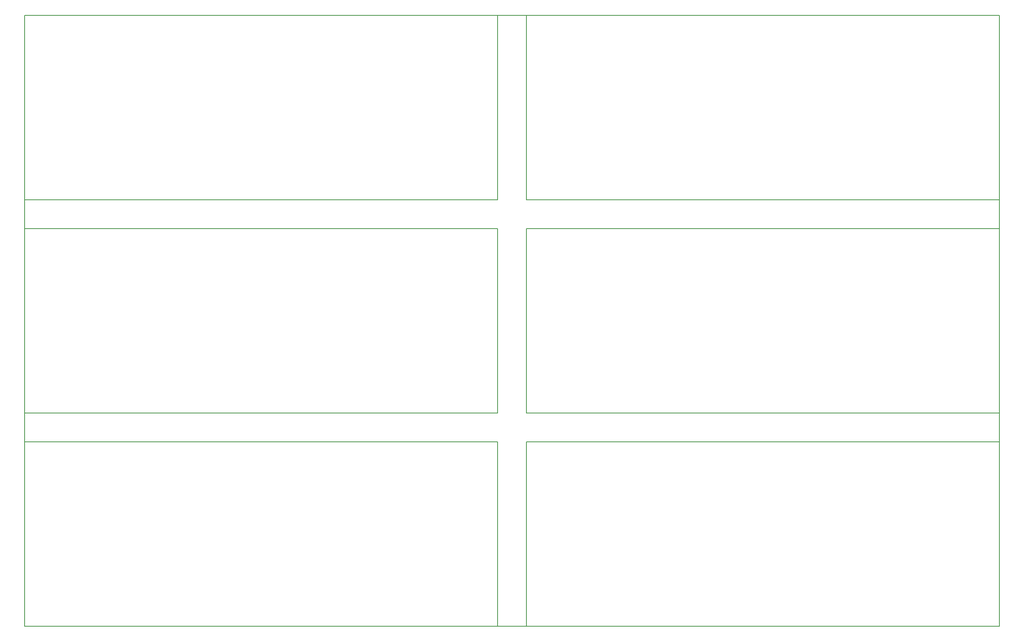
<source format=gbr>
G04 DipTrace 2.4.0.2*
%INBoardOutline.gbr*%
%MOIN*%
%ADD11C,0.0055*%
%FSLAX44Y44*%
G04*
G70*
G90*
G75*
G01*
%LNBoardOutline*%
%LPD*%
X0Y0D2*
D11*
X41000D1*
Y16000D1*
X0D1*
Y0D1*
X43500D2*
X84500D1*
Y16000D1*
X43500D1*
Y0D1*
X0Y18500D2*
X41000D1*
Y34500D1*
X0D1*
Y18500D1*
X43500D2*
X84500D1*
Y34500D1*
X43500D1*
Y18500D1*
X0Y37000D2*
X41000D1*
Y53000D1*
X0D1*
Y37000D1*
X43500D2*
X84500D1*
Y53000D1*
X43500D1*
Y37000D1*
X0Y53000D2*
X84500D1*
Y0D1*
X0D1*
Y53000D1*
M02*

</source>
